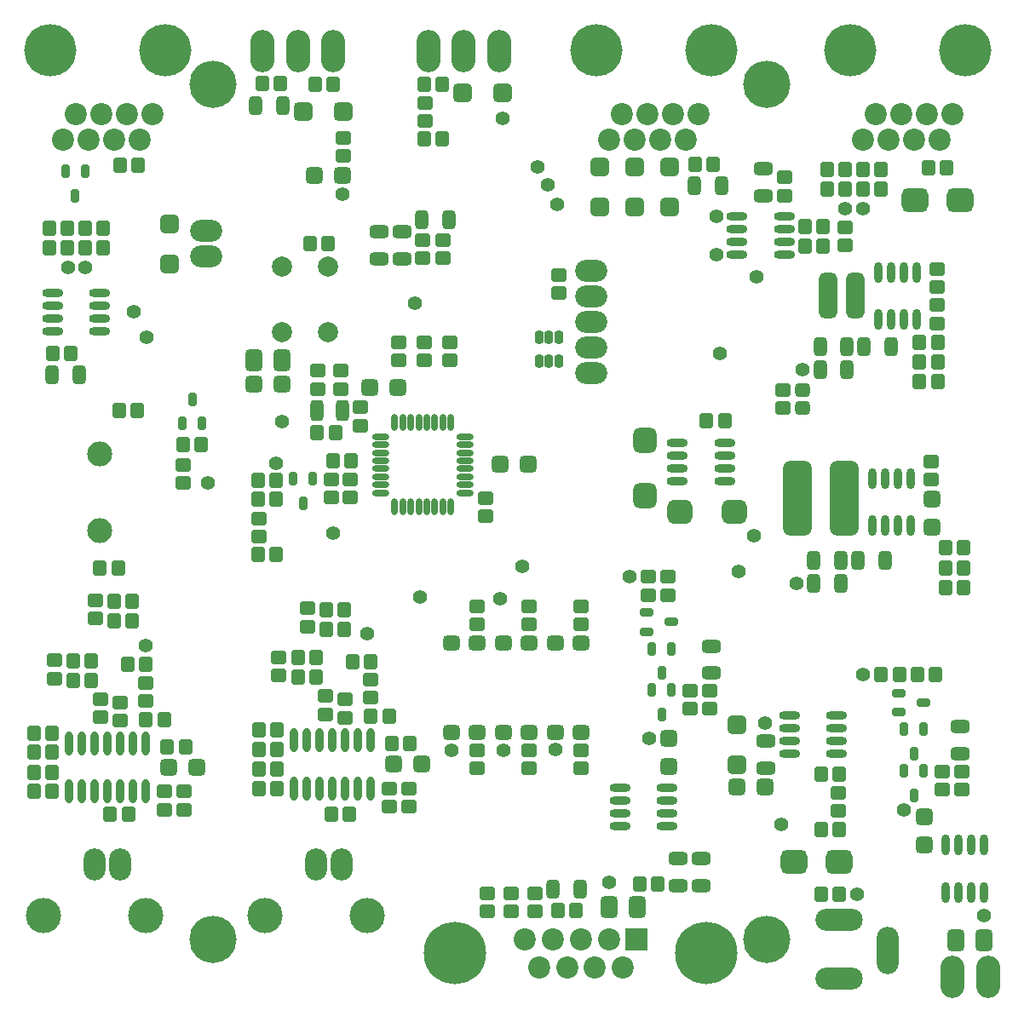
<source format=gts>
G04*
G04 #@! TF.GenerationSoftware,Altium Limited,Altium Designer,19.0.10 (269)*
G04*
G04 Layer_Color=8388736*
%FSLAX25Y25*%
%MOIN*%
G70*
G01*
G75*
%ADD23O,0.08268X0.03150*%
%ADD24O,0.03150X0.08268*%
%ADD25O,0.02756X0.06693*%
%ADD26O,0.06693X0.02756*%
%ADD27O,0.03150X0.09449*%
G04:AMPARAMS|DCode=28|XSize=33.47mil|YSize=51.18mil|CornerRadius=10.34mil|HoleSize=0mil|Usage=FLASHONLY|Rotation=180.000|XOffset=0mil|YOffset=0mil|HoleType=Round|Shape=RoundedRectangle|*
%AMROUNDEDRECTD28*
21,1,0.03347,0.03051,0,0,180.0*
21,1,0.01280,0.05118,0,0,180.0*
1,1,0.02067,-0.00640,0.01526*
1,1,0.02067,0.00640,0.01526*
1,1,0.02067,0.00640,-0.01526*
1,1,0.02067,-0.00640,-0.01526*
%
%ADD28ROUNDEDRECTD28*%
G04:AMPARAMS|DCode=29|XSize=62.99mil|YSize=55.12mil|CornerRadius=15.75mil|HoleSize=0mil|Usage=FLASHONLY|Rotation=90.000|XOffset=0mil|YOffset=0mil|HoleType=Round|Shape=RoundedRectangle|*
%AMROUNDEDRECTD29*
21,1,0.06299,0.02362,0,0,90.0*
21,1,0.03150,0.05512,0,0,90.0*
1,1,0.03150,0.01181,0.01575*
1,1,0.03150,0.01181,-0.01575*
1,1,0.03150,-0.01181,-0.01575*
1,1,0.03150,-0.01181,0.01575*
%
%ADD29ROUNDEDRECTD29*%
%ADD30C,0.05512*%
G04:AMPARAMS|DCode=31|XSize=94.87mil|YSize=104.87mil|CornerRadius=25.69mil|HoleSize=0mil|Usage=FLASHONLY|Rotation=90.000|XOffset=0mil|YOffset=0mil|HoleType=Round|Shape=RoundedRectangle|*
%AMROUNDEDRECTD31*
21,1,0.09487,0.05350,0,0,90.0*
21,1,0.04350,0.10487,0,0,90.0*
1,1,0.05137,0.02675,0.02175*
1,1,0.05137,0.02675,-0.02175*
1,1,0.05137,-0.02675,-0.02175*
1,1,0.05137,-0.02675,0.02175*
%
%ADD31ROUNDEDRECTD31*%
G04:AMPARAMS|DCode=32|XSize=75.98mil|YSize=73.62mil|CornerRadius=20.37mil|HoleSize=0mil|Usage=FLASHONLY|Rotation=270.000|XOffset=0mil|YOffset=0mil|HoleType=Round|Shape=RoundedRectangle|*
%AMROUNDEDRECTD32*
21,1,0.07598,0.03287,0,0,270.0*
21,1,0.03524,0.07362,0,0,270.0*
1,1,0.04075,-0.01644,-0.01762*
1,1,0.04075,-0.01644,0.01762*
1,1,0.04075,0.01644,0.01762*
1,1,0.04075,0.01644,-0.01762*
%
%ADD32ROUNDEDRECTD32*%
G04:AMPARAMS|DCode=33|XSize=75.98mil|YSize=73.62mil|CornerRadius=20.37mil|HoleSize=0mil|Usage=FLASHONLY|Rotation=0.000|XOffset=0mil|YOffset=0mil|HoleType=Round|Shape=RoundedRectangle|*
%AMROUNDEDRECTD33*
21,1,0.07598,0.03287,0,0,0.0*
21,1,0.03524,0.07362,0,0,0.0*
1,1,0.04075,0.01762,-0.01644*
1,1,0.04075,-0.01762,-0.01644*
1,1,0.04075,-0.01762,0.01644*
1,1,0.04075,0.01762,0.01644*
%
%ADD33ROUNDEDRECTD33*%
G04:AMPARAMS|DCode=34|XSize=51.18mil|YSize=82.68mil|CornerRadius=14.76mil|HoleSize=0mil|Usage=FLASHONLY|Rotation=180.000|XOffset=0mil|YOffset=0mil|HoleType=Round|Shape=RoundedRectangle|*
%AMROUNDEDRECTD34*
21,1,0.05118,0.05315,0,0,180.0*
21,1,0.02165,0.08268,0,0,180.0*
1,1,0.02953,-0.01083,0.02657*
1,1,0.02953,0.01083,0.02657*
1,1,0.02953,0.01083,-0.02657*
1,1,0.02953,-0.01083,-0.02657*
%
%ADD34ROUNDEDRECTD34*%
G04:AMPARAMS|DCode=35|XSize=67.87mil|YSize=67.87mil|CornerRadius=18.94mil|HoleSize=0mil|Usage=FLASHONLY|Rotation=90.000|XOffset=0mil|YOffset=0mil|HoleType=Round|Shape=RoundedRectangle|*
%AMROUNDEDRECTD35*
21,1,0.06787,0.03000,0,0,90.0*
21,1,0.03000,0.06787,0,0,90.0*
1,1,0.03787,0.01500,0.01500*
1,1,0.03787,0.01500,-0.01500*
1,1,0.03787,-0.01500,-0.01500*
1,1,0.03787,-0.01500,0.01500*
%
%ADD35ROUNDEDRECTD35*%
G04:AMPARAMS|DCode=36|XSize=62.99mil|YSize=55.12mil|CornerRadius=15.75mil|HoleSize=0mil|Usage=FLASHONLY|Rotation=180.000|XOffset=0mil|YOffset=0mil|HoleType=Round|Shape=RoundedRectangle|*
%AMROUNDEDRECTD36*
21,1,0.06299,0.02362,0,0,180.0*
21,1,0.03150,0.05512,0,0,180.0*
1,1,0.03150,-0.01575,0.01181*
1,1,0.03150,0.01575,0.01181*
1,1,0.03150,0.01575,-0.01181*
1,1,0.03150,-0.01575,-0.01181*
%
%ADD36ROUNDEDRECTD36*%
G04:AMPARAMS|DCode=37|XSize=31.5mil|YSize=53.15mil|CornerRadius=9.84mil|HoleSize=0mil|Usage=FLASHONLY|Rotation=0.000|XOffset=0mil|YOffset=0mil|HoleType=Round|Shape=RoundedRectangle|*
%AMROUNDEDRECTD37*
21,1,0.03150,0.03347,0,0,0.0*
21,1,0.01181,0.05315,0,0,0.0*
1,1,0.01968,0.00591,-0.01673*
1,1,0.01968,-0.00591,-0.01673*
1,1,0.01968,-0.00591,0.01673*
1,1,0.01968,0.00591,0.01673*
%
%ADD37ROUNDEDRECTD37*%
G04:AMPARAMS|DCode=38|XSize=31.5mil|YSize=53.15mil|CornerRadius=9.84mil|HoleSize=0mil|Usage=FLASHONLY|Rotation=90.000|XOffset=0mil|YOffset=0mil|HoleType=Round|Shape=RoundedRectangle|*
%AMROUNDEDRECTD38*
21,1,0.03150,0.03347,0,0,90.0*
21,1,0.01181,0.05315,0,0,90.0*
1,1,0.01968,0.01673,0.00591*
1,1,0.01968,0.01673,-0.00591*
1,1,0.01968,-0.01673,-0.00591*
1,1,0.01968,-0.01673,0.00591*
%
%ADD38ROUNDEDRECTD38*%
G04:AMPARAMS|DCode=39|XSize=67.87mil|YSize=87.87mil|CornerRadius=18.94mil|HoleSize=0mil|Usage=FLASHONLY|Rotation=180.000|XOffset=0mil|YOffset=0mil|HoleType=Round|Shape=RoundedRectangle|*
%AMROUNDEDRECTD39*
21,1,0.06787,0.05000,0,0,180.0*
21,1,0.03000,0.08787,0,0,180.0*
1,1,0.03787,-0.01500,0.02500*
1,1,0.03787,0.01500,0.02500*
1,1,0.03787,0.01500,-0.02500*
1,1,0.03787,-0.01500,-0.02500*
%
%ADD39ROUNDEDRECTD39*%
G04:AMPARAMS|DCode=40|XSize=74.8mil|YSize=51.18mil|CornerRadius=14.76mil|HoleSize=0mil|Usage=FLASHONLY|Rotation=90.000|XOffset=0mil|YOffset=0mil|HoleType=Round|Shape=RoundedRectangle|*
%AMROUNDEDRECTD40*
21,1,0.07480,0.02165,0,0,90.0*
21,1,0.04528,0.05118,0,0,90.0*
1,1,0.02953,0.01083,0.02264*
1,1,0.02953,0.01083,-0.02264*
1,1,0.02953,-0.01083,-0.02264*
1,1,0.02953,-0.01083,0.02264*
%
%ADD40ROUNDEDRECTD40*%
G04:AMPARAMS|DCode=41|XSize=74.8mil|YSize=51.18mil|CornerRadius=14.76mil|HoleSize=0mil|Usage=FLASHONLY|Rotation=0.000|XOffset=0mil|YOffset=0mil|HoleType=Round|Shape=RoundedRectangle|*
%AMROUNDEDRECTD41*
21,1,0.07480,0.02165,0,0,0.0*
21,1,0.04528,0.05118,0,0,0.0*
1,1,0.02953,0.02264,-0.01083*
1,1,0.02953,-0.02264,-0.01083*
1,1,0.02953,-0.02264,0.01083*
1,1,0.02953,0.02264,0.01083*
%
%ADD41ROUNDEDRECTD41*%
G04:AMPARAMS|DCode=42|XSize=177.17mil|YSize=70.87mil|CornerRadius=19.68mil|HoleSize=0mil|Usage=FLASHONLY|Rotation=90.000|XOffset=0mil|YOffset=0mil|HoleType=Round|Shape=RoundedRectangle|*
%AMROUNDEDRECTD42*
21,1,0.17717,0.03150,0,0,90.0*
21,1,0.13780,0.07087,0,0,90.0*
1,1,0.03937,0.01575,0.06890*
1,1,0.03937,0.01575,-0.06890*
1,1,0.03937,-0.01575,-0.06890*
1,1,0.03937,-0.01575,0.06890*
%
%ADD42ROUNDEDRECTD42*%
G04:AMPARAMS|DCode=43|XSize=59.06mil|YSize=55.12mil|CornerRadius=15.75mil|HoleSize=0mil|Usage=FLASHONLY|Rotation=0.000|XOffset=0mil|YOffset=0mil|HoleType=Round|Shape=RoundedRectangle|*
%AMROUNDEDRECTD43*
21,1,0.05906,0.02362,0,0,0.0*
21,1,0.02756,0.05512,0,0,0.0*
1,1,0.03150,0.01378,-0.01181*
1,1,0.03150,-0.01378,-0.01181*
1,1,0.03150,-0.01378,0.01181*
1,1,0.03150,0.01378,0.01181*
%
%ADD43ROUNDEDRECTD43*%
G04:AMPARAMS|DCode=44|XSize=97.87mil|YSize=93.87mil|CornerRadius=25.44mil|HoleSize=0mil|Usage=FLASHONLY|Rotation=270.000|XOffset=0mil|YOffset=0mil|HoleType=Round|Shape=RoundedRectangle|*
%AMROUNDEDRECTD44*
21,1,0.09787,0.04300,0,0,270.0*
21,1,0.04700,0.09387,0,0,270.0*
1,1,0.05087,-0.02150,-0.02350*
1,1,0.05087,-0.02150,0.02350*
1,1,0.05087,0.02150,0.02350*
1,1,0.05087,0.02150,-0.02350*
%
%ADD44ROUNDEDRECTD44*%
G04:AMPARAMS|DCode=45|XSize=295.28mil|YSize=112.21mil|CornerRadius=30.02mil|HoleSize=0mil|Usage=FLASHONLY|Rotation=90.000|XOffset=0mil|YOffset=0mil|HoleType=Round|Shape=RoundedRectangle|*
%AMROUNDEDRECTD45*
21,1,0.29528,0.05217,0,0,90.0*
21,1,0.23524,0.11221,0,0,90.0*
1,1,0.06004,0.02608,0.11762*
1,1,0.06004,0.02608,-0.11762*
1,1,0.06004,-0.02608,-0.11762*
1,1,0.06004,-0.02608,0.11762*
%
%ADD45ROUNDEDRECTD45*%
G04:AMPARAMS|DCode=46|XSize=97.87mil|YSize=93.87mil|CornerRadius=25.44mil|HoleSize=0mil|Usage=FLASHONLY|Rotation=0.000|XOffset=0mil|YOffset=0mil|HoleType=Round|Shape=RoundedRectangle|*
%AMROUNDEDRECTD46*
21,1,0.09787,0.04300,0,0,0.0*
21,1,0.04700,0.09387,0,0,0.0*
1,1,0.05087,0.02350,-0.02150*
1,1,0.05087,-0.02350,-0.02150*
1,1,0.05087,-0.02350,0.02150*
1,1,0.05087,0.02350,0.02150*
%
%ADD46ROUNDEDRECTD46*%
G04:AMPARAMS|DCode=47|XSize=66.93mil|YSize=59.06mil|CornerRadius=16.73mil|HoleSize=0mil|Usage=FLASHONLY|Rotation=0.000|XOffset=0mil|YOffset=0mil|HoleType=Round|Shape=RoundedRectangle|*
%AMROUNDEDRECTD47*
21,1,0.06693,0.02559,0,0,0.0*
21,1,0.03347,0.05906,0,0,0.0*
1,1,0.03346,0.01673,-0.01280*
1,1,0.03346,-0.01673,-0.01280*
1,1,0.03346,-0.01673,0.01280*
1,1,0.03346,0.01673,0.01280*
%
%ADD47ROUNDEDRECTD47*%
G04:AMPARAMS|DCode=48|XSize=67.87mil|YSize=67.87mil|CornerRadius=18.94mil|HoleSize=0mil|Usage=FLASHONLY|Rotation=0.000|XOffset=0mil|YOffset=0mil|HoleType=Round|Shape=RoundedRectangle|*
%AMROUNDEDRECTD48*
21,1,0.06787,0.03000,0,0,0.0*
21,1,0.03000,0.06787,0,0,0.0*
1,1,0.03787,0.01500,-0.01500*
1,1,0.03787,-0.01500,-0.01500*
1,1,0.03787,-0.01500,0.01500*
1,1,0.03787,0.01500,0.01500*
%
%ADD48ROUNDEDRECTD48*%
%ADD49C,0.07874*%
%ADD50C,0.09787*%
%ADD51C,0.08661*%
%ADD52R,0.08661X0.08661*%
%ADD53C,0.24410*%
%ADD54C,0.20472*%
%ADD55O,0.12598X0.08661*%
%ADD56O,0.09449X0.16535*%
%ADD57O,0.08661X0.12598*%
%ADD58C,0.13780*%
%ADD59O,0.18504X0.08661*%
%ADD60O,0.08661X0.18504*%
%ADD61C,0.18504*%
D23*
X302425Y297328D02*
D03*
Y302328D02*
D03*
Y307328D02*
D03*
Y312328D02*
D03*
X283922Y297328D02*
D03*
Y302328D02*
D03*
Y307328D02*
D03*
Y312328D02*
D03*
X304391Y117126D02*
D03*
Y112126D02*
D03*
Y107126D02*
D03*
Y102126D02*
D03*
X322895Y117126D02*
D03*
Y112126D02*
D03*
Y107126D02*
D03*
Y102126D02*
D03*
X238064Y88678D02*
D03*
Y83678D02*
D03*
Y78678D02*
D03*
Y73678D02*
D03*
X256568Y88678D02*
D03*
Y83678D02*
D03*
Y78678D02*
D03*
Y73678D02*
D03*
X279011Y208873D02*
D03*
Y213873D02*
D03*
Y218873D02*
D03*
Y223873D02*
D03*
X260507Y208873D02*
D03*
Y213873D02*
D03*
Y218873D02*
D03*
Y223873D02*
D03*
X15988Y282300D02*
D03*
Y277300D02*
D03*
Y272300D02*
D03*
Y267300D02*
D03*
X34492Y282300D02*
D03*
Y277300D02*
D03*
Y272300D02*
D03*
Y267300D02*
D03*
D24*
X336640Y191390D02*
D03*
X341640D02*
D03*
X346640D02*
D03*
X351640D02*
D03*
X336640Y209894D02*
D03*
X341640D02*
D03*
X346640D02*
D03*
X351640D02*
D03*
X339168Y271947D02*
D03*
X344168D02*
D03*
X349168D02*
D03*
X354168D02*
D03*
X339168Y290451D02*
D03*
X344168D02*
D03*
X349168D02*
D03*
X354168D02*
D03*
X380421Y66277D02*
D03*
X375421D02*
D03*
X370421D02*
D03*
X365421D02*
D03*
X380421Y47773D02*
D03*
X375421D02*
D03*
X370421D02*
D03*
X365421D02*
D03*
D25*
X149848Y231712D02*
D03*
X152998D02*
D03*
X156147D02*
D03*
X159297D02*
D03*
X162446D02*
D03*
X165596D02*
D03*
X168746D02*
D03*
X171895D02*
D03*
Y198641D02*
D03*
X168746D02*
D03*
X165596D02*
D03*
X162446D02*
D03*
X159297D02*
D03*
X156147D02*
D03*
X152998D02*
D03*
X149848D02*
D03*
D26*
X177407Y226200D02*
D03*
Y223051D02*
D03*
Y219901D02*
D03*
Y216752D02*
D03*
Y213602D02*
D03*
Y210452D02*
D03*
Y207303D02*
D03*
Y204153D02*
D03*
X144336D02*
D03*
Y207303D02*
D03*
Y210452D02*
D03*
Y213602D02*
D03*
Y216752D02*
D03*
Y219901D02*
D03*
Y223051D02*
D03*
Y226200D02*
D03*
D27*
X52572Y106222D02*
D03*
X47572D02*
D03*
X42572D02*
D03*
X37572D02*
D03*
X32572D02*
D03*
X27572D02*
D03*
X22572D02*
D03*
X52572Y87324D02*
D03*
X47572D02*
D03*
X42572D02*
D03*
X37572D02*
D03*
X32572D02*
D03*
X27572D02*
D03*
X22572D02*
D03*
X110528Y88524D02*
D03*
X115527D02*
D03*
X120528D02*
D03*
X125528D02*
D03*
X130527D02*
D03*
X135528D02*
D03*
X140527D02*
D03*
X110528Y107422D02*
D03*
X115527D02*
D03*
X120528D02*
D03*
X125528D02*
D03*
X130527D02*
D03*
X135528D02*
D03*
X140527D02*
D03*
D28*
X206500Y265062D02*
D03*
X210240D02*
D03*
X213980D02*
D03*
Y255613D02*
D03*
X210240D02*
D03*
X206500D02*
D03*
D29*
X21729Y307638D02*
D03*
X28729Y307838D02*
D03*
X21743Y300076D02*
D03*
X28716D02*
D03*
X116673Y301765D02*
D03*
X123759D02*
D03*
X347303Y133021D02*
D03*
X340216D02*
D03*
X49551Y332573D02*
D03*
X42465D02*
D03*
X365446Y182661D02*
D03*
X372532D02*
D03*
X372519Y174899D02*
D03*
X365432D02*
D03*
X267497Y332764D02*
D03*
X274584D02*
D03*
X358753Y331373D02*
D03*
X365840D02*
D03*
X355263Y263142D02*
D03*
X362350D02*
D03*
X362336Y255380D02*
D03*
X355250D02*
D03*
X362336Y247618D02*
D03*
X355250D02*
D03*
X279011Y232273D02*
D03*
X271924D02*
D03*
X35802Y300076D02*
D03*
X35816Y307838D02*
D03*
X14642Y307638D02*
D03*
X14656Y300076D02*
D03*
X16035Y258919D02*
D03*
X23121D02*
D03*
X168408Y364057D02*
D03*
X161321D02*
D03*
X161316Y342611D02*
D03*
X168402D02*
D03*
X98135Y364257D02*
D03*
X105221D02*
D03*
X125708Y364057D02*
D03*
X118621D02*
D03*
X323844Y93950D02*
D03*
X316757D02*
D03*
X323844Y72326D02*
D03*
X316757D02*
D03*
X323887Y47073D02*
D03*
X316800D02*
D03*
X245755Y51173D02*
D03*
X252842D02*
D03*
X220783Y40640D02*
D03*
X213697D02*
D03*
X96420Y209189D02*
D03*
X103506D02*
D03*
X34577Y174773D02*
D03*
X41664D02*
D03*
X31073Y130849D02*
D03*
X23987D02*
D03*
X31073Y138411D02*
D03*
X23987D02*
D03*
X111943Y139611D02*
D03*
X119029D02*
D03*
X111943Y132049D02*
D03*
X119029D02*
D03*
X40054Y161835D02*
D03*
X47140D02*
D03*
X326172Y330773D02*
D03*
X333134D02*
D03*
X326158Y323011D02*
D03*
X333134D02*
D03*
X319085Y330773D02*
D03*
X340221D02*
D03*
X119528Y227697D02*
D03*
X126615D02*
D03*
X49127Y236273D02*
D03*
X42040D02*
D03*
X74183Y223173D02*
D03*
X67097D02*
D03*
X340221Y323011D02*
D03*
X319072D02*
D03*
X59658Y115418D02*
D03*
X52572D02*
D03*
X67960Y104816D02*
D03*
X60873D02*
D03*
X15773Y87324D02*
D03*
X8687D02*
D03*
X8673Y102649D02*
D03*
X15760D02*
D03*
X147614Y116618D02*
D03*
X140527D02*
D03*
X155916Y106017D02*
D03*
X148829D02*
D03*
X103729Y88524D02*
D03*
X96643D02*
D03*
X96629Y103849D02*
D03*
X103716D02*
D03*
X361379Y133021D02*
D03*
X354292D02*
D03*
X317528Y300775D02*
D03*
X310441D02*
D03*
X317528Y308537D02*
D03*
X310441D02*
D03*
X130183Y158573D02*
D03*
X123097D02*
D03*
X365432Y167136D02*
D03*
X372519D02*
D03*
X125693Y216752D02*
D03*
X132780D02*
D03*
X103506Y201627D02*
D03*
X96420D02*
D03*
X45621Y78328D02*
D03*
X38535D02*
D03*
X8673Y94887D02*
D03*
X15760D02*
D03*
X45472Y137024D02*
D03*
X52558D02*
D03*
X8673Y110211D02*
D03*
X15760D02*
D03*
X40054Y154073D02*
D03*
X47140D02*
D03*
X103506Y180003D02*
D03*
X96420D02*
D03*
X132212Y78305D02*
D03*
X125125D02*
D03*
X96629Y96087D02*
D03*
X103716D02*
D03*
X133428Y138224D02*
D03*
X140514D02*
D03*
X96629Y111411D02*
D03*
X103716D02*
D03*
X123097Y150811D02*
D03*
X130183D02*
D03*
D30*
X22000Y292500D02*
D03*
X28640D02*
D03*
X105940Y232089D02*
D03*
X191200Y162913D02*
D03*
X199681Y175573D02*
D03*
X159900Y163313D02*
D03*
X205840Y331873D02*
D03*
X209740Y324673D02*
D03*
X213340Y317073D02*
D03*
X380421Y38673D02*
D03*
X306959Y168879D02*
D03*
X326172Y315573D02*
D03*
X309334Y252561D02*
D03*
X290340Y187473D02*
D03*
X284340Y173530D02*
D03*
X241735Y171331D02*
D03*
X277140Y258873D02*
D03*
X275640Y312328D02*
D03*
X47740Y275200D02*
D03*
X192221Y350673D02*
D03*
X129545Y321073D02*
D03*
X171947Y103273D02*
D03*
X192340D02*
D03*
X212734Y103589D02*
D03*
X249387Y108059D02*
D03*
X301240Y74573D02*
D03*
X233654Y51673D02*
D03*
X139162Y149073D02*
D03*
X103506Y215752D02*
D03*
X52572Y144373D02*
D03*
X333134Y315573D02*
D03*
X291540Y288673D02*
D03*
X333264Y133021D02*
D03*
X275640Y297328D02*
D03*
X76640Y208087D02*
D03*
X330743Y47126D02*
D03*
X294940Y114059D02*
D03*
X125940Y188273D02*
D03*
X349260Y79986D02*
D03*
X157940Y278373D02*
D03*
X52940Y265000D02*
D03*
D31*
X371090Y318711D02*
D03*
X353490D02*
D03*
X323869Y59726D02*
D03*
X306270D02*
D03*
D32*
X61663Y309573D02*
D03*
Y293773D02*
D03*
X283840Y113496D02*
D03*
Y97697D02*
D03*
X230159Y331864D02*
D03*
Y316064D02*
D03*
X257321D02*
D03*
Y331864D02*
D03*
X243740D02*
D03*
Y316064D02*
D03*
D33*
X114045Y353476D02*
D03*
X129845D02*
D03*
X176421Y360738D02*
D03*
X192221D02*
D03*
D34*
X119378Y236459D02*
D03*
X129278D02*
D03*
D35*
X357040Y66277D02*
D03*
Y77277D02*
D03*
X360021Y190723D02*
D03*
Y201723D02*
D03*
X257235Y97059D02*
D03*
Y108059D02*
D03*
D36*
X371784Y95221D02*
D03*
Y88134D02*
D03*
X364022Y88147D02*
D03*
Y95234D02*
D03*
X359721Y216472D02*
D03*
Y209385D02*
D03*
X362249Y291729D02*
D03*
Y284642D02*
D03*
Y277666D02*
D03*
Y270580D02*
D03*
X301647Y237369D02*
D03*
Y244455D02*
D03*
X256797Y164245D02*
D03*
Y171331D02*
D03*
X249035Y164245D02*
D03*
Y171331D02*
D03*
X273059Y126831D02*
D03*
Y119745D02*
D03*
X265297Y119758D02*
D03*
Y126845D02*
D03*
X222740Y159813D02*
D03*
Y152726D02*
D03*
X202340Y159813D02*
D03*
Y152726D02*
D03*
X181955Y159813D02*
D03*
Y152726D02*
D03*
X161702Y356873D02*
D03*
Y349787D02*
D03*
X129845Y343141D02*
D03*
Y336055D02*
D03*
X181955Y103373D02*
D03*
Y96287D02*
D03*
X202340Y103373D02*
D03*
Y96287D02*
D03*
X222642Y103373D02*
D03*
Y96287D02*
D03*
X323457Y79688D02*
D03*
Y86775D02*
D03*
X204740Y47527D02*
D03*
Y40440D02*
D03*
X195478Y47527D02*
D03*
Y40440D02*
D03*
X186059D02*
D03*
Y47527D02*
D03*
X115934Y151873D02*
D03*
Y158960D02*
D03*
X32891Y155135D02*
D03*
Y162222D02*
D03*
X214140Y282341D02*
D03*
Y289428D02*
D03*
X326158Y301087D02*
D03*
Y308173D02*
D03*
X151350Y256045D02*
D03*
Y263132D02*
D03*
X161312Y256045D02*
D03*
Y263132D02*
D03*
X171540D02*
D03*
Y256045D02*
D03*
X67152Y208087D02*
D03*
Y215173D02*
D03*
X67522Y87292D02*
D03*
Y80206D02*
D03*
X59760Y80192D02*
D03*
Y87279D02*
D03*
X52572Y122761D02*
D03*
Y129848D02*
D03*
X42540Y122118D02*
D03*
Y115032D02*
D03*
X155478Y88492D02*
D03*
Y81406D02*
D03*
X147716Y81392D02*
D03*
Y88479D02*
D03*
X140527Y123961D02*
D03*
Y131048D02*
D03*
X130496Y123318D02*
D03*
Y116232D02*
D03*
X96806Y194252D02*
D03*
Y187165D02*
D03*
X168633Y295987D02*
D03*
Y303073D02*
D03*
X16611Y138598D02*
D03*
Y131511D02*
D03*
X104567Y139798D02*
D03*
Y132711D02*
D03*
X136309Y237628D02*
D03*
Y230541D02*
D03*
X185425Y195098D02*
D03*
Y202185D02*
D03*
X132593Y202489D02*
D03*
Y209576D02*
D03*
X128747Y251922D02*
D03*
Y244835D02*
D03*
X302459Y320510D02*
D03*
Y327596D02*
D03*
X160871Y303073D02*
D03*
Y295987D02*
D03*
X125031Y202489D02*
D03*
Y209576D02*
D03*
X34778Y123454D02*
D03*
Y116368D02*
D03*
X119728Y251922D02*
D03*
Y244835D02*
D03*
X122734Y124654D02*
D03*
Y117568D02*
D03*
D37*
X353060Y85834D02*
D03*
X349260Y95334D02*
D03*
X356860D02*
D03*
X353060Y102096D02*
D03*
X349260Y111596D02*
D03*
X356860D02*
D03*
X254335Y133707D02*
D03*
X250535Y143207D02*
D03*
X258135D02*
D03*
X254335Y117445D02*
D03*
X250535Y126945D02*
D03*
X258135D02*
D03*
X24840Y320500D02*
D03*
X21040Y330000D02*
D03*
X28640D02*
D03*
X114068Y200189D02*
D03*
X110268Y209689D02*
D03*
X117868D02*
D03*
X66840Y231290D02*
D03*
X74440D02*
D03*
X70640Y240790D02*
D03*
D38*
X356760Y122058D02*
D03*
X347260Y118258D02*
D03*
Y125858D02*
D03*
X258035Y153669D02*
D03*
X248535Y149869D02*
D03*
Y157469D02*
D03*
D39*
X369421Y29204D02*
D03*
X380421D02*
D03*
X94940Y256077D02*
D03*
X105940D02*
D03*
X244654Y42173D02*
D03*
X233654D02*
D03*
D40*
X331010Y177842D02*
D03*
X341640D02*
D03*
X324478Y168879D02*
D03*
X313848D02*
D03*
X324478Y177842D02*
D03*
X313848D02*
D03*
X333453Y261523D02*
D03*
X344083D02*
D03*
X326921D02*
D03*
X316291D02*
D03*
X326921Y252561D02*
D03*
X316291D02*
D03*
X277898Y324402D02*
D03*
X267268D02*
D03*
X26436Y250557D02*
D03*
X15806D02*
D03*
X106198Y355894D02*
D03*
X95568D02*
D03*
X222555Y48973D02*
D03*
X211925D02*
D03*
X171086Y311035D02*
D03*
X160456D02*
D03*
D41*
X294096Y330924D02*
D03*
Y320294D02*
D03*
X273659Y133592D02*
D03*
Y144222D02*
D03*
X152709Y295758D02*
D03*
Y306388D02*
D03*
X295040Y96458D02*
D03*
Y107088D02*
D03*
X269766Y50558D02*
D03*
Y61188D02*
D03*
X260804Y50558D02*
D03*
Y61188D02*
D03*
X143746Y295758D02*
D03*
Y306388D02*
D03*
X371184Y112611D02*
D03*
Y101981D02*
D03*
D42*
X330184Y281415D02*
D03*
X319553Y281432D02*
D03*
D43*
X309310Y244399D02*
D03*
Y237312D02*
D03*
D44*
X247883Y224723D02*
D03*
Y203223D02*
D03*
D45*
X307309Y202073D02*
D03*
X325609Y201973D02*
D03*
D46*
X261290Y196897D02*
D03*
X282790D02*
D03*
D47*
X212734Y110269D02*
D03*
X222734D02*
D03*
Y145584D02*
D03*
X212734D02*
D03*
X192340D02*
D03*
X202340D02*
D03*
Y110269D02*
D03*
X192340D02*
D03*
X171947D02*
D03*
X181947D02*
D03*
Y145584D02*
D03*
X171947D02*
D03*
D48*
X118545Y328393D02*
D03*
X129545D02*
D03*
X294940Y88934D02*
D03*
X283940D02*
D03*
X202140Y215373D02*
D03*
X191140D02*
D03*
X94940Y246714D02*
D03*
X105940D02*
D03*
X151221Y245290D02*
D03*
X140221D02*
D03*
X72560Y96754D02*
D03*
X61560D02*
D03*
X160516Y97954D02*
D03*
X149516D02*
D03*
D49*
X123657Y292667D02*
D03*
Y267077D02*
D03*
X105940D02*
D03*
Y292667D02*
D03*
D50*
X34477Y219399D02*
D03*
Y189399D02*
D03*
D51*
X200933Y29558D02*
D03*
X206386Y18377D02*
D03*
X211839Y29558D02*
D03*
X217291Y18377D02*
D03*
X222744Y29558D02*
D03*
X228197Y18377D02*
D03*
X233650Y29558D02*
D03*
X239103Y18377D02*
D03*
X20221Y342288D02*
D03*
X30220D02*
D03*
X25221Y352288D02*
D03*
X55221D02*
D03*
X50221Y342288D02*
D03*
X40220D02*
D03*
X45221Y352288D02*
D03*
X35221D02*
D03*
X248764D02*
D03*
X258764D02*
D03*
X253764Y342288D02*
D03*
X233764D02*
D03*
X263764D02*
D03*
X268764Y352288D02*
D03*
X238764D02*
D03*
X243764Y342288D02*
D03*
X343134D02*
D03*
X338134Y352288D02*
D03*
X368134D02*
D03*
X363134Y342288D02*
D03*
X333134D02*
D03*
X353134D02*
D03*
X358134Y352288D02*
D03*
X348134D02*
D03*
D52*
X244555Y29558D02*
D03*
D53*
X271937Y23967D02*
D03*
X173551D02*
D03*
D54*
X60220Y377288D02*
D03*
X15221D02*
D03*
X228764D02*
D03*
X273764D02*
D03*
X373134D02*
D03*
X328134D02*
D03*
D55*
X226760Y291080D02*
D03*
Y281080D02*
D03*
Y271080D02*
D03*
Y261080D02*
D03*
Y251080D02*
D03*
X76041Y306673D02*
D03*
Y296673D02*
D03*
D56*
X163154Y376993D02*
D03*
X176931D02*
D03*
X190711D02*
D03*
X125750D02*
D03*
X111970D02*
D03*
X98193D02*
D03*
X368180Y14881D02*
D03*
X381957D02*
D03*
D57*
X32548Y58892D02*
D03*
X42548D02*
D03*
X129162D02*
D03*
X119162D02*
D03*
D58*
X52548Y38892D02*
D03*
X12548D02*
D03*
X99162D02*
D03*
X139162D02*
D03*
D59*
X323887Y14094D02*
D03*
Y36928D02*
D03*
D60*
X342784Y25117D02*
D03*
D61*
X295276Y364173D02*
D03*
X78740Y29528D02*
D03*
Y364173D02*
D03*
X295276Y29528D02*
D03*
M02*

</source>
